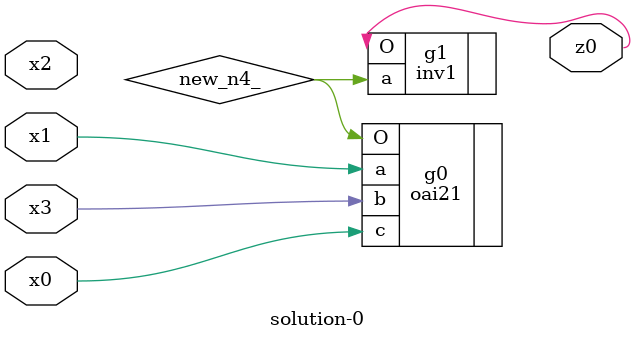
<source format=v>
module \solution-0 (
  x0, x1, x2, x3,
  z0 );
  input x0, x1, x2, x3;
  output z0;
  wire new_n4_;
  oai21  g0(.a(x1), .b(x3), .c(x0), .O(new_n4_));
  inv1  g1(.a(new_n4_), .O(z0));
endmodule

</source>
